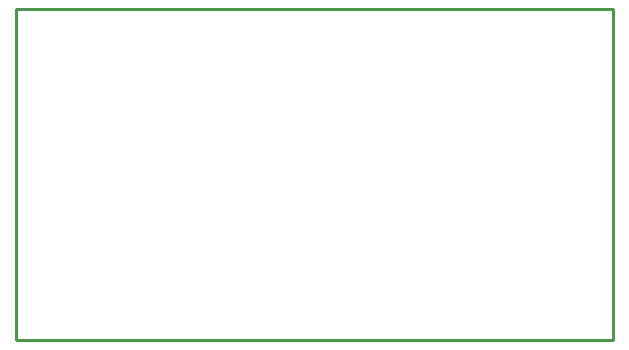
<source format=gko>
G04 Layer: BoardOutlineLayer*
G04 EasyEDA v6.5.23, 2023-04-27 09:42:27*
G04 070e00cd3d364d4cb8f93b061264e40a,f016fa541b524367aba1ea0f7d3472e8,10*
G04 Gerber Generator version 0.2*
G04 Scale: 100 percent, Rotated: No, Reflected: No *
G04 Dimensions in millimeters *
G04 leading zeros omitted , absolute positions ,4 integer and 5 decimal *
%FSLAX45Y45*%
%MOMM*%

%ADD10C,0.2540*%
D10*
X0Y2999994D02*
G01*
X5049989Y2999994D01*
X5049989Y199999D01*
X0Y199999D01*
X0Y2999994D01*

%LPD*%
M02*

</source>
